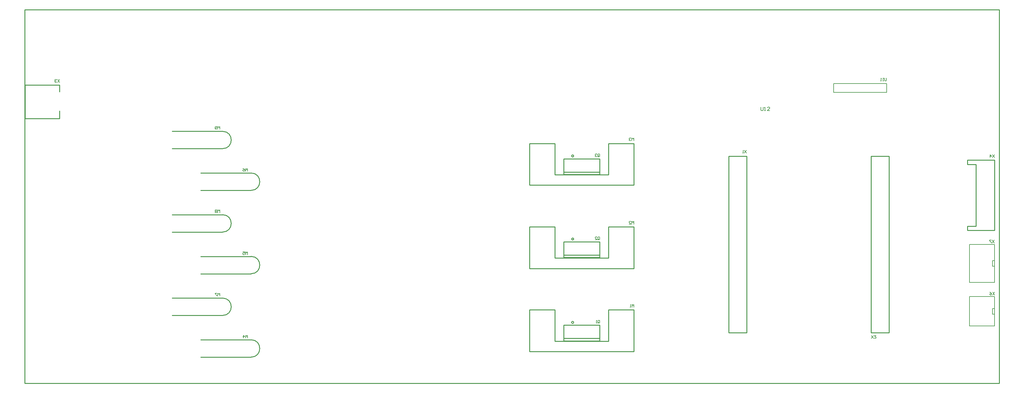
<source format=gbo>
G04 Layer_Color=32896*
%FSLAX43Y43*%
%MOMM*%
G71*
G01*
G75*
%ADD31C,0.150*%
%ADD32C,0.200*%
%ADD37C,0.254*%
%ADD38C,0.178*%
D31*
X271400Y28975D02*
Y39950D01*
Y28975D02*
X278600D01*
Y39950D01*
X271400D02*
X278600D01*
X278025Y35285D02*
X278575D01*
X278025Y33660D02*
Y35285D01*
Y33660D02*
X278600D01*
X278025Y19860D02*
X278600D01*
X278025D02*
Y21485D01*
X278575D01*
X271400Y24950D02*
X278600D01*
Y16500D02*
Y24950D01*
X271400Y16500D02*
X278600D01*
X271400D02*
Y24950D01*
X164667Y65333D02*
Y65866D01*
X164800Y66000D01*
X165067D01*
X165200Y65866D01*
Y65333D01*
X165067Y65200D01*
X164800D01*
X164933Y65467D02*
X164667Y65200D01*
X164800D02*
X164667Y65333D01*
X164400Y65866D02*
X164267Y66000D01*
X164000D01*
X163867Y65866D01*
Y65733D01*
X164000Y65600D01*
X164134D01*
X164000D01*
X163867Y65467D01*
Y65333D01*
X164000Y65200D01*
X164267D01*
X164400Y65333D01*
X56000Y73100D02*
Y73900D01*
X55733Y73633D01*
X55467Y73900D01*
Y73100D01*
X55200Y73233D02*
X55067Y73100D01*
X54800D01*
X54667Y73233D01*
Y73766D01*
X54800Y73900D01*
X55067D01*
X55200Y73766D01*
Y73633D01*
X55067Y73500D01*
X54667D01*
X247581Y87824D02*
Y87158D01*
X247448Y87024D01*
X247181D01*
X247048Y87158D01*
Y87824D01*
X246781Y87024D02*
X246515D01*
X246648D01*
Y87824D01*
X246781Y87691D01*
X246115Y87024D02*
X245848D01*
X245982D01*
Y87824D01*
X246115Y87691D01*
X243253Y12894D02*
X243787Y13694D01*
Y12894D02*
X243253Y13694D01*
X244586D02*
X244053D01*
X244586Y13161D01*
Y13027D01*
X244453Y12894D01*
X244187D01*
X244053Y13027D01*
X278500Y41200D02*
X277967Y40400D01*
Y41200D02*
X278500Y40400D01*
X277700Y41200D02*
X277167D01*
Y41066D01*
X277700Y40533D01*
Y40400D01*
X278600Y26200D02*
X278067Y25400D01*
Y26200D02*
X278600Y25400D01*
X277267Y26200D02*
X277534Y26066D01*
X277800Y25800D01*
Y25533D01*
X277667Y25400D01*
X277400D01*
X277267Y25533D01*
Y25667D01*
X277400Y25800D01*
X277800D01*
X174974Y21897D02*
Y22697D01*
X174707Y22430D01*
X174440Y22697D01*
Y21897D01*
X174174D02*
X173907D01*
X174041D01*
Y22697D01*
X174174Y22563D01*
X9978Y87415D02*
X9445Y86615D01*
Y87415D02*
X9978Y86615D01*
X9178Y87281D02*
X9045Y87415D01*
X8779D01*
X8645Y87281D01*
Y87148D01*
X8779Y87015D01*
X8912D01*
X8779D01*
X8645Y86882D01*
Y86748D01*
X8779Y86615D01*
X9045D01*
X9178Y86748D01*
X278584Y65777D02*
X278051Y64977D01*
Y65777D02*
X278584Y64977D01*
X277384D02*
Y65777D01*
X277784Y65377D01*
X277251D01*
X174966Y69792D02*
Y70592D01*
X174699Y70325D01*
X174432Y70592D01*
Y69792D01*
X174166Y70458D02*
X174033Y70592D01*
X173766D01*
X173633Y70458D01*
Y70325D01*
X173766Y70192D01*
X173899D01*
X173766D01*
X173633Y70058D01*
Y69925D01*
X173766Y69792D01*
X174033D01*
X174166Y69925D01*
X174966Y45789D02*
Y46589D01*
X174699Y46322D01*
X174432Y46589D01*
Y45789D01*
X173633D02*
X174166D01*
X173633Y46322D01*
Y46455D01*
X173766Y46589D01*
X174033D01*
X174166Y46455D01*
X64000Y13000D02*
Y13800D01*
X63733Y13533D01*
X63467Y13800D01*
Y13000D01*
X62800D02*
Y13800D01*
X63200Y13400D01*
X62667D01*
X64000Y37000D02*
Y37800D01*
X63733Y37533D01*
X63467Y37800D01*
Y37000D01*
X62667Y37800D02*
X63200D01*
Y37400D01*
X62934Y37533D01*
X62800D01*
X62667Y37400D01*
Y37133D01*
X62800Y37000D01*
X63067D01*
X63200Y37133D01*
X64000Y61000D02*
Y61800D01*
X63733Y61533D01*
X63467Y61800D01*
Y61000D01*
X62667Y61800D02*
X62934Y61666D01*
X63200Y61400D01*
Y61133D01*
X63067Y61000D01*
X62800D01*
X62667Y61133D01*
Y61267D01*
X62800Y61400D01*
X63200D01*
X56000Y25100D02*
Y25900D01*
X55733Y25633D01*
X55467Y25900D01*
Y25100D01*
X55200Y25900D02*
X54667D01*
Y25766D01*
X55200Y25233D01*
Y25100D01*
X56000Y49100D02*
Y49900D01*
X55733Y49633D01*
X55467Y49900D01*
Y49100D01*
X55200Y49766D02*
X55067Y49900D01*
X54800D01*
X54667Y49766D01*
Y49633D01*
X54800Y49500D01*
X54667Y49367D01*
Y49233D01*
X54800Y49100D01*
X55067D01*
X55200Y49233D01*
Y49367D01*
X55067Y49500D01*
X55200Y49633D01*
Y49766D01*
X55067Y49500D02*
X54800D01*
X164667Y17433D02*
Y17966D01*
X164800Y18100D01*
X165067D01*
X165200Y17966D01*
Y17433D01*
X165067Y17300D01*
X164800D01*
X164933Y17567D02*
X164667Y17300D01*
X164800D02*
X164667Y17433D01*
X164400Y17300D02*
X164134D01*
X164267D01*
Y18100D01*
X164400Y17966D01*
X164667Y41433D02*
Y41966D01*
X164800Y42100D01*
X165067D01*
X165200Y41966D01*
Y41433D01*
X165067Y41300D01*
X164800D01*
X164933Y41567D02*
X164667Y41300D01*
X164800D02*
X164667Y41433D01*
X163867Y41300D02*
X164400D01*
X163867Y41833D01*
Y41966D01*
X164000Y42100D01*
X164267D01*
X164400Y41966D01*
X207307Y67046D02*
X206773Y66246D01*
Y67046D02*
X207307Y66246D01*
X206507D02*
X206240D01*
X206373D01*
Y67046D01*
X206507Y66913D01*
D32*
X247620Y83730D02*
Y86270D01*
X232380Y83730D02*
X247620D01*
X232380D02*
Y86270D01*
X247620D01*
D37*
X157700Y65400D02*
G03*
X157700Y65400I-300J0D01*
G01*
X56800Y67500D02*
G03*
X56800Y72500I0J2500D01*
G01*
X65000Y7500D02*
G03*
X65000Y12500I0J2500D01*
G01*
Y31500D02*
G03*
X65000Y36500I0J2500D01*
G01*
Y55500D02*
G03*
X65000Y60500I0J2500D01*
G01*
X56800Y19500D02*
G03*
X56800Y24500I0J2500D01*
G01*
Y43500D02*
G03*
X56800Y48500I0J2500D01*
G01*
X157700Y17500D02*
G03*
X157700Y17500I-300J0D01*
G01*
Y41500D02*
G03*
X157700Y41500I-300J0D01*
G01*
X154800Y60800D02*
X165200D01*
X154800Y60100D02*
Y64600D01*
X165200D01*
Y60100D02*
Y64600D01*
X154800Y60100D02*
X165200D01*
X42300Y72500D02*
X56800D01*
X42300Y67500D02*
X56800D01*
X243130Y65370D02*
X248330D01*
Y14570D02*
Y65370D01*
X243130Y14570D02*
X248330D01*
X243130D02*
Y65370D01*
X145000Y9100D02*
Y21100D01*
X152300D01*
Y12100D02*
Y21100D01*
Y12100D02*
X167700D01*
Y21100D01*
X175000D01*
Y9100D02*
Y21100D01*
X145000Y9100D02*
X175000D01*
X10000Y76175D02*
Y78375D01*
Y83875D02*
Y85825D01*
X100D02*
X10000D01*
X100Y76175D02*
Y85825D01*
Y76175D02*
X10000D01*
X270800Y44000D02*
Y45200D01*
X273300D01*
Y63000D01*
X270800D02*
X273300D01*
X270800D02*
Y64200D01*
X278600D01*
X270800Y44000D02*
X278600D01*
Y64200D01*
X145000Y57000D02*
Y69000D01*
X152300D01*
Y60000D02*
Y69000D01*
Y60000D02*
X167700D01*
Y69000D01*
X175000D01*
Y57000D02*
Y69000D01*
X145000Y57000D02*
X175000D01*
X145000Y33000D02*
Y45000D01*
X152300D01*
Y36000D02*
Y45000D01*
Y36000D02*
X167700D01*
Y45000D01*
X175000D01*
Y33000D02*
Y45000D01*
X145000Y33000D02*
X175000D01*
X50500Y12500D02*
X65000D01*
X50500Y7500D02*
X65000D01*
X50500Y36500D02*
X65000D01*
X50500Y31500D02*
X65000D01*
X50500Y60500D02*
X65000D01*
X50500Y55500D02*
X65000D01*
X42300Y24500D02*
X56800D01*
X42300Y19500D02*
X56800D01*
X42300Y48500D02*
X56800D01*
X42300Y43500D02*
X56800D01*
X154800Y12900D02*
X165200D01*
X154800Y12200D02*
Y16700D01*
X165200D01*
Y12200D02*
Y16700D01*
X154800Y12200D02*
X165200D01*
X154800Y36900D02*
X165200D01*
X154800Y36200D02*
Y40700D01*
X165200D01*
Y36200D02*
Y40700D01*
X154800Y36200D02*
X165200D01*
X202230Y14570D02*
X207430D01*
X202230D02*
Y65370D01*
X207430D01*
Y14570D02*
Y65370D01*
X0Y0D02*
Y107500D01*
X280000D01*
Y0D02*
Y107500D01*
X0Y0D02*
X280000D01*
D38*
X211476Y79508D02*
Y78661D01*
X211645Y78492D01*
X211984D01*
X212153Y78661D01*
Y79508D01*
X212492Y78492D02*
X212830D01*
X212661D01*
Y79508D01*
X212492Y79338D01*
X214015Y78492D02*
X213338D01*
X214015Y79169D01*
Y79338D01*
X213846Y79508D01*
X213507D01*
X213338Y79338D01*
M02*

</source>
